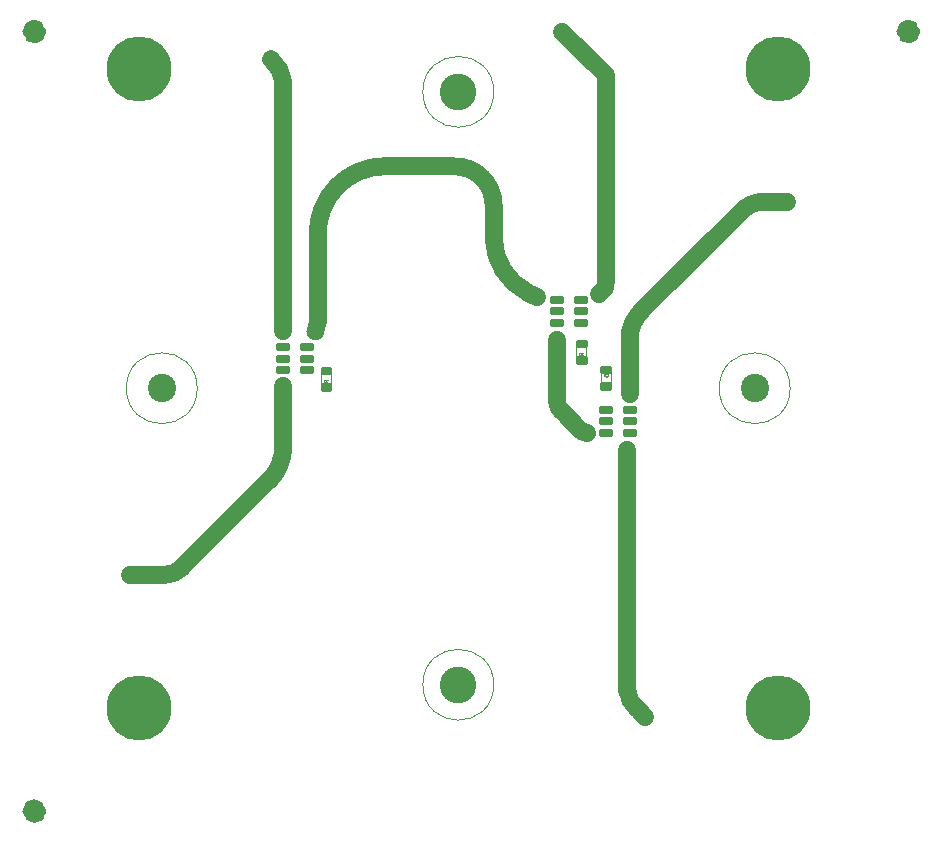
<source format=gbr>
%TF.GenerationSoftware,KiCad,Pcbnew,(6.0.2)*%
%TF.CreationDate,2022-09-07T19:19:14-04:00*%
%TF.ProjectId,plusz-end-card-with-turnstile-mezzanine,706c7573-7a2d-4656-9e64-2d636172642d,rev?*%
%TF.SameCoordinates,Original*%
%TF.FileFunction,Soldermask,Bot*%
%TF.FilePolarity,Negative*%
%FSLAX46Y46*%
G04 Gerber Fmt 4.6, Leading zero omitted, Abs format (unit mm)*
G04 Created by KiCad (PCBNEW (6.0.2)) date 2022-09-07 19:19:14*
%MOMM*%
%LPD*%
G01*
G04 APERTURE LIST*
G04 Aperture macros list*
%AMRoundRect*
0 Rectangle with rounded corners*
0 $1 Rounding radius*
0 $2 $3 $4 $5 $6 $7 $8 $9 X,Y pos of 4 corners*
0 Add a 4 corners polygon primitive as box body*
4,1,4,$2,$3,$4,$5,$6,$7,$8,$9,$2,$3,0*
0 Add four circle primitives for the rounded corners*
1,1,$1+$1,$2,$3*
1,1,$1+$1,$4,$5*
1,1,$1+$1,$6,$7*
1,1,$1+$1,$8,$9*
0 Add four rect primitives between the rounded corners*
20,1,$1+$1,$2,$3,$4,$5,0*
20,1,$1+$1,$4,$5,$6,$7,0*
20,1,$1+$1,$6,$7,$8,$9,0*
20,1,$1+$1,$8,$9,$2,$3,0*%
G04 Aperture macros list end*
%ADD10C,1.500000*%
%ADD11C,0.100000*%
%ADD12C,0.038250*%
%ADD13C,0.430000*%
%ADD14C,0.080000*%
%ADD15C,1.000000*%
%ADD16C,5.500000*%
%ADD17C,3.100000*%
%ADD18C,2.400000*%
%ADD19RoundRect,0.124500X-0.474000X0.244000X-0.474000X-0.244000X0.474000X-0.244000X0.474000X0.244000X0*%
%ADD20RoundRect,0.124500X0.474000X-0.244000X0.474000X0.244000X-0.474000X0.244000X-0.474000X-0.244000X0*%
G04 APERTURE END LIST*
D10*
X135501100Y-89453600D02*
X135501100Y-96753600D01*
X150401100Y-86953600D02*
G75*
G03*
X147001098Y-83553600I-3340379J59621D01*
G01*
X124040440Y-117514260D02*
X131404528Y-110150172D01*
X150401100Y-89653601D02*
G75*
G03*
X153301100Y-94253600I5246827J93653D01*
G01*
D11*
X150401100Y-127453600D02*
G75*
G03*
X150401100Y-127453600I-3000000J0D01*
G01*
D10*
X175201100Y-86553600D02*
X173301100Y-86553600D01*
X131404528Y-110150172D02*
G75*
G03*
X132576100Y-107321747I-2828427J2828426D01*
G01*
X154101100Y-94653600D02*
X153301100Y-94253600D01*
X161901100Y-99053600D02*
X161901100Y-98153600D01*
X132576099Y-76412072D02*
G75*
G03*
X131544281Y-74496781I-2827871J-287871D01*
G01*
X146801100Y-83553600D02*
X141201100Y-83553600D01*
X155776100Y-103514388D02*
G75*
G03*
X156068993Y-104221493I1000005J4D01*
G01*
X161707306Y-114753600D02*
X161707306Y-124259807D01*
X173301100Y-86553600D02*
G75*
G03*
X171201099Y-87553600I-2J-2704999D01*
G01*
X159808206Y-93881494D02*
G75*
G03*
X159901099Y-93374388I-565688J365685D01*
G01*
X157698206Y-105850707D02*
G75*
G03*
X158305311Y-106143600I657106J586395D01*
G01*
D11*
X175501100Y-102353600D02*
G75*
G03*
X175501100Y-102353600I-3000000J0D01*
G01*
D10*
X162511937Y-129464438D02*
X163201100Y-130153600D01*
X161926100Y-98553600D02*
X161926100Y-102863600D01*
X132576100Y-97463600D02*
X132576100Y-76412072D01*
X159901100Y-93374388D02*
X159901100Y-75867813D01*
X161726196Y-127963966D02*
G75*
G03*
X162511936Y-129464437I2221913J207565D01*
G01*
X119601100Y-118153600D02*
X122496934Y-118153600D01*
X162901101Y-95853600D02*
G75*
G03*
X161901100Y-98153600I2144997J-2300000D01*
G01*
X161701100Y-115253600D02*
X161701100Y-107553600D01*
D11*
X125301100Y-102353600D02*
G75*
G03*
X125301100Y-102353600I-3000000J0D01*
G01*
D10*
X135301100Y-97553600D02*
G75*
G03*
X135501100Y-96753600I-1500004J800001D01*
G01*
X171401100Y-87353600D02*
X162901100Y-95853600D01*
X156212031Y-72164535D02*
X159891050Y-75843554D01*
X122496934Y-118153600D02*
G75*
G03*
X124040439Y-117514260I1J2182846D01*
G01*
X132576100Y-107321747D02*
X132576100Y-102143600D01*
X141201100Y-83553600D02*
G75*
G03*
X135501099Y-89353601I0J-5700863D01*
G01*
X159318993Y-94370707D02*
X159808206Y-93881494D01*
D11*
X150401100Y-77253600D02*
G75*
G03*
X150401100Y-77253600I-3000000J0D01*
G01*
D10*
X156068993Y-104221494D02*
X157698206Y-105850707D01*
X155776100Y-98243600D02*
X155776100Y-103514388D01*
X161707306Y-124259807D02*
X161701100Y-124353600D01*
X161701100Y-124353600D02*
X161726196Y-127963966D01*
X150401100Y-86953600D02*
G75*
G03*
X150401100Y-89653600I75635215J-1350000D01*
G01*
D12*
%TO.C,R6*%
X136364748Y-101871307D02*
X136192486Y-101750724D01*
X136364748Y-101664593D02*
X136002998Y-101664593D01*
X136002998Y-101802402D01*
X136020225Y-101836855D01*
X136037451Y-101854081D01*
X136071903Y-101871307D01*
X136123582Y-101871307D01*
X136158034Y-101854081D01*
X136175260Y-101836855D01*
X136192486Y-101802402D01*
X136192486Y-101664593D01*
X136002998Y-102181379D02*
X136002998Y-102112474D01*
X136020225Y-102078022D01*
X136037451Y-102060795D01*
X136089129Y-102026343D01*
X136158034Y-102009117D01*
X136295844Y-102009117D01*
X136330296Y-102026343D01*
X136347522Y-102043569D01*
X136364748Y-102078022D01*
X136364748Y-102146926D01*
X136347522Y-102181379D01*
X136330296Y-102198605D01*
X136295844Y-102215831D01*
X136209713Y-102215831D01*
X136175260Y-102198605D01*
X136158034Y-102181379D01*
X136140808Y-102146926D01*
X136140808Y-102078022D01*
X136158034Y-102043569D01*
X136175260Y-102026343D01*
X136209713Y-102009117D01*
%TO.C,R4*%
X157964748Y-99571307D02*
X157792486Y-99450724D01*
X157964748Y-99364593D02*
X157602998Y-99364593D01*
X157602998Y-99502402D01*
X157620225Y-99536855D01*
X157637451Y-99554081D01*
X157671903Y-99571307D01*
X157723582Y-99571307D01*
X157758034Y-99554081D01*
X157775260Y-99536855D01*
X157792486Y-99502402D01*
X157792486Y-99364593D01*
X157723582Y-99881379D02*
X157964748Y-99881379D01*
X157585772Y-99795248D02*
X157844165Y-99709117D01*
X157844165Y-99933057D01*
%TO.C,R5*%
X160064748Y-101015308D02*
X159892486Y-100894725D01*
X160064748Y-100808594D02*
X159702998Y-100808594D01*
X159702998Y-100946404D01*
X159720225Y-100980856D01*
X159737451Y-100998082D01*
X159771903Y-101015308D01*
X159823582Y-101015308D01*
X159858034Y-100998082D01*
X159875260Y-100980856D01*
X159892486Y-100946404D01*
X159892486Y-100808594D01*
X159702998Y-101342606D02*
X159702998Y-101170344D01*
X159875260Y-101153118D01*
X159858034Y-101170344D01*
X159840808Y-101204797D01*
X159840808Y-101290927D01*
X159858034Y-101325380D01*
X159875260Y-101342606D01*
X159909713Y-101359832D01*
X159995844Y-101359832D01*
X160030296Y-101342606D01*
X160047522Y-101325380D01*
X160064748Y-101290927D01*
X160064748Y-101204797D01*
X160047522Y-101170344D01*
X160030296Y-101153118D01*
D13*
%TO.C,R6*%
X136496100Y-102398600D02*
X135906100Y-102398600D01*
X135906100Y-102108600D02*
X135906100Y-102398600D01*
X136496100Y-100708600D02*
X136496100Y-100998600D01*
D14*
X135791100Y-102353600D02*
X136611100Y-102353600D01*
X136611100Y-100753600D02*
X135791100Y-100753600D01*
D13*
X136496100Y-102108600D02*
X136496100Y-102398600D01*
D11*
X136601100Y-102343600D02*
X136601100Y-100763600D01*
D13*
X136496100Y-100708600D02*
X135906100Y-100708600D01*
D11*
X135801100Y-100763600D02*
X135801100Y-102343600D01*
D13*
X135906100Y-100708600D02*
X135906100Y-100998600D01*
X136496100Y-102108600D02*
X135906100Y-102108600D01*
X136496100Y-100998600D02*
X135906100Y-100998600D01*
D15*
%TO.C,FIDUCIAL6*%
X112001100Y-72153600D02*
G75*
G03*
X112001100Y-72153600I-500000J0D01*
G01*
%TO.C,FIDUCIAL1*%
X112001100Y-138153600D02*
G75*
G03*
X112001100Y-138153600I-500000J0D01*
G01*
D13*
%TO.C,R4*%
X158096100Y-99808600D02*
X157506100Y-99808600D01*
X158096100Y-98408600D02*
X158096100Y-98698600D01*
X157506100Y-98408600D02*
X157506100Y-98698600D01*
D14*
X157391100Y-100053600D02*
X158211100Y-100053600D01*
X158211100Y-98453600D02*
X157391100Y-98453600D01*
D13*
X158096100Y-99808600D02*
X158096100Y-100098600D01*
X158096100Y-98408600D02*
X157506100Y-98408600D01*
D11*
X158201100Y-100043600D02*
X158201100Y-98463600D01*
D13*
X158096100Y-98698600D02*
X157506100Y-98698600D01*
X158096100Y-100098600D02*
X157506100Y-100098600D01*
X157506100Y-99808600D02*
X157506100Y-100098600D01*
D11*
X157401100Y-98463600D02*
X157401100Y-100043600D01*
D15*
%TO.C,FIDUCIAL7*%
X186001100Y-72153600D02*
G75*
G03*
X186001100Y-72153600I-500000J0D01*
G01*
D13*
%TO.C,R5*%
X160196100Y-102298600D02*
X160196100Y-102008600D01*
X160196100Y-100898600D02*
X160196100Y-100608600D01*
X159606100Y-102298600D02*
X160196100Y-102298600D01*
X159606100Y-100898600D02*
X160196100Y-100898600D01*
X159606100Y-100608600D02*
X160196100Y-100608600D01*
D11*
X159501100Y-100663600D02*
X159501100Y-102243600D01*
D14*
X159491100Y-102253600D02*
X160311100Y-102253600D01*
D11*
X160301100Y-102243600D02*
X160301100Y-100663600D01*
D14*
X160311100Y-100653600D02*
X159491100Y-100653600D01*
D13*
X159606100Y-102008600D02*
X160196100Y-102008600D01*
X159606100Y-100898600D02*
X159606100Y-100608600D01*
X159606100Y-102298600D02*
X159606100Y-102008600D01*
%TD*%
D16*
%TO.C,@HOLE7*%
X120371100Y-129383600D03*
%TD*%
D17*
%TO.C,@HOLE3*%
X147401100Y-127453600D03*
%TD*%
D18*
%TO.C,@HOLE0*%
X122301100Y-102353600D03*
%TD*%
%TO.C,@HOLE1*%
X172501100Y-102353600D03*
%TD*%
D16*
%TO.C,@HOLE6*%
X174431100Y-129383600D03*
%TD*%
%TO.C,@HOLE4*%
X174431100Y-75323600D03*
%TD*%
%TO.C,@HOLE5*%
X120371100Y-75323600D03*
%TD*%
D17*
%TO.C,@HOLE2*%
X147401100Y-77253600D03*
%TD*%
D19*
%TO.C,U9*%
X134626100Y-98863600D03*
X134626100Y-99853600D03*
X134626100Y-100843600D03*
D20*
X132576100Y-100843600D03*
X132576100Y-99853600D03*
X132576100Y-98863600D03*
%TD*%
D19*
%TO.C,U7*%
X157826100Y-94863600D03*
X157826100Y-95853600D03*
X157826100Y-96843600D03*
D20*
X155776100Y-96843600D03*
X155776100Y-95853600D03*
X155776100Y-94863600D03*
%TD*%
%TO.C,U8*%
X159876100Y-106143600D03*
X159876100Y-105153600D03*
X159876100Y-104163600D03*
D19*
X161926100Y-104163600D03*
X161926100Y-105153600D03*
X161926100Y-106143600D03*
%TD*%
M02*

</source>
